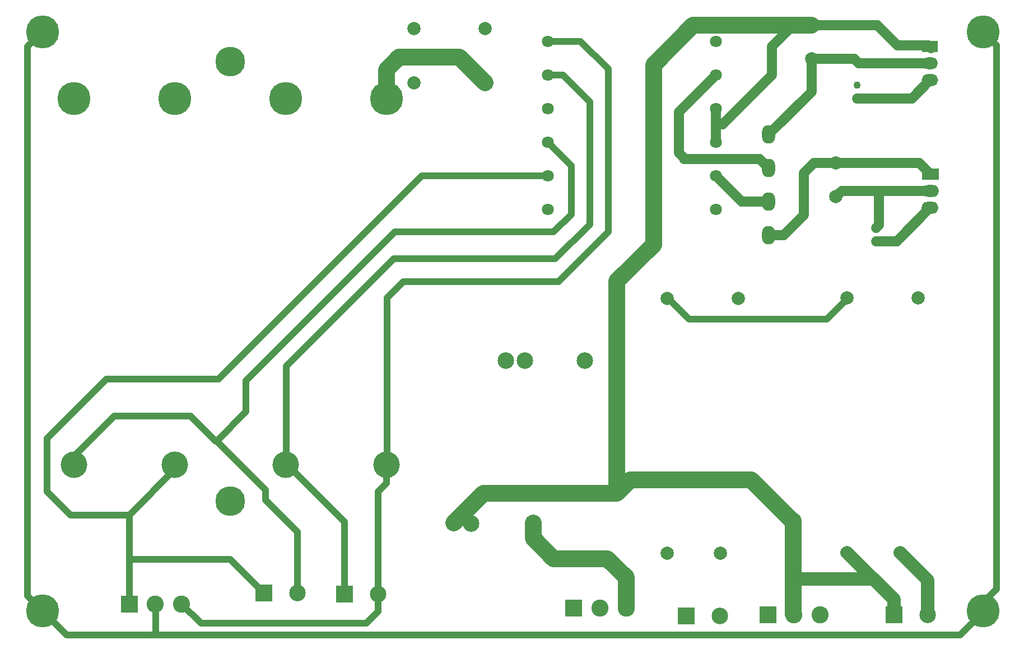
<source format=gbl>
G04 Layer: BottomLayer*
G04 EasyEDA Pro v2.1.63.af010a1c.225d47, 2024-07-27 17:45:37*
G04 Gerber Generator version 0.3*
G04 Scale: 100 percent, Rotated: No, Reflected: No*
G04 Dimensions in millimeters*
G04 Leading zeros omitted, absolute positions, 3 integers and 5 decimals*
%FSLAX35Y35*%
%MOMM*%
%ADD10C,2.49999*%
%ADD11C,1.8*%
%ADD12O,2.59999X1.8*%
%ADD13R,2.59999X1.8*%
%ADD14O,2.4X1.8*%
%ADD15O,2.5X1.8*%
%ADD16R,2.4X1.8*%
%ADD17C,2.0*%
%ADD18R,2.59999X2.59999*%
%ADD19C,2.59999*%
%ADD20R,2.49999X2.49999*%
%ADD21C,5.0*%
%ADD22O,2.0X2.79999*%
%ADD23C,1.1*%
%ADD24C,4.0*%
%ADD25C,4.5*%
%ADD26C,1.0*%
%ADD27C,2.54*%
%ADD28C,1.5*%
G75*


G04 Pad Start*
G54D10*
G01X6858000Y1790700D03*
G01X7670800Y4254500D03*
G54D11*
G01X8013700Y9080500D03*
G01X8013700Y8572500D03*
G01X8013700Y8064500D03*
G01X8013700Y7556500D03*
G01X8013700Y7048500D03*
G01X8013700Y6540500D03*
G01X10553700Y9080500D03*
G01X10553700Y8572500D03*
G01X10553700Y8064500D03*
G01X10553700Y7556500D03*
G01X10553700Y7048500D03*
G01X10553700Y6540500D03*
G54D12*
G01X13792695Y6819913D03*
G01X13791705Y6565887D03*
G54D13*
G01X13792695Y7073913D03*
G54D14*
G01X13792200Y8750300D03*
G54D15*
G01X13792200Y8496300D03*
G54D16*
G01X13792200Y9004300D03*
G54D17*
G01X7067800Y8451000D03*
G01X5987800Y9271000D03*
G01X7067800Y9271000D03*
G01X5987800Y8451000D03*
G54D10*
G01X6593667Y1797181D03*
G01X7793664Y1797181D03*
G01X8575599Y4254500D03*
G01X7375601Y4254500D03*
G54D18*
G01X1686801Y571500D03*
G54D19*
G01X2082813Y571500D03*
G01X2478799Y571500D03*
G54D20*
G01X3721100Y736600D03*
G54D10*
G01X4229100Y736600D03*
G54D20*
G01X4940300Y723900D03*
G54D10*
G01X5448300Y723900D03*
G54D21*
G01X375000Y9225000D03*
G01X375000Y470000D03*
G01X14590000Y470000D03*
G01X14590000Y9225000D03*
G54D18*
G01X8405101Y508000D03*
G54D19*
G01X8801113Y508000D03*
G01X9197099Y508000D03*
G54D17*
G01X12369800Y7239000D03*
G01X12369800Y6731000D03*
G01X12001500Y9321800D03*
G01X12001500Y8813800D03*
G54D22*
G01X11353800Y7670800D03*
G01X11353800Y7162800D03*
G01X11353800Y6654800D03*
G01X11353800Y6146800D03*
G54D18*
G01X11338801Y406400D03*
G54D19*
G01X11734813Y406400D03*
G01X12130799Y406400D03*
G54D23*
G01X12979400Y6259500D03*
G01X12979400Y6059500D03*
G01X12687300Y8218500D03*
G01X12687300Y8418500D03*
G54D17*
G01X9819200Y5188900D03*
G01X10894200Y5188900D03*
G01X9819200Y1338900D03*
G01X10619200Y1338900D03*
G01X12537000Y5201600D03*
G01X13612000Y5201600D03*
G01X12537000Y1351600D03*
G01X13337000Y1351600D03*
G54D20*
G01X10109200Y393700D03*
G54D10*
G01X10617200Y393700D03*
G54D20*
G01X13246100Y406400D03*
G54D10*
G01X13754100Y406400D03*
G54D24*
G01X853100Y2678300D03*
G01X2373100Y2678300D03*
G01X4053100Y2678300D03*
G01X5573100Y2678300D03*
G54D21*
G01X2373100Y8218300D03*
G01X853100Y8218300D03*
G01X5573100Y8218300D03*
G01X4053100Y8218300D03*
G54D25*
G01X3213100Y8773300D03*
G01X3213100Y2123300D03*
G04 Pad End*

G04 Track Start*
G54D26*
G01X12537000Y5183700D02*
G01X12537000Y5201600D01*
G54D17*
G01X13337000Y1351600D02*
G01X13754100Y934500D01*
G01Y406400D01*
G01X13246100Y642500D02*
G01X13246100Y406400D01*
G01X11734813Y406400D02*
G01X11734813Y952500D01*
G01X12886776D01*
G01X12911438Y977162D01*
G01X12537000Y1351600D02*
G01X12911438Y977162D01*
G01X13246100Y642500D01*
G54D26*
G01X375000Y470000D02*
G01X743400Y101600D01*
G01X14249400Y101600D02*
G01X14590000Y442200D01*
G01Y470000D01*
G01Y594600D01*
G01X14795500Y800100D01*
G01Y9019500D01*
G01X14590000Y9225000D01*
G01X375000Y470000D02*
G01X152400Y692600D01*
G01X152400Y9002400D02*
G01X375000Y9225000D01*
G01X152400Y692600D02*
G01X152400Y9002400D01*
G01X2082813Y571500D02*
G01X2085531Y568782D01*
G01Y101600D01*
G01X743400Y101600D02*
G01X2085531Y101600D01*
G01X14249400D01*
G01X2478799Y571500D02*
G01X2770899Y279400D01*
G01X5270500Y279400D02*
G01X5448300Y457200D01*
G01Y723900D01*
G01X2770899Y279400D02*
G01X5270500Y279400D01*
G01X5448300Y2275500D02*
G01X5448300Y723900D01*
G01X5585800Y2818000D02*
G01X5573100Y2805300D01*
G01X2385800Y2652900D02*
G01X2385800Y2614400D01*
G01X1689100Y1917700D01*
G01X1689100Y573799D02*
G01X1686801Y571500D01*
G01X3721100Y736600D02*
G01X3213649Y1244051D01*
G01X1689100D01*
G01X1689100Y1917700D02*
G01X1689100Y1244051D01*
G01Y573799D01*
G01X865800Y2818000D02*
G01X1464100Y3416300D01*
G01X8013700Y9080500D02*
G01X8509000Y9080500D01*
G01X8928100Y8661400D01*
G01X8242300Y8572500D02*
G01X8013700Y8572500D01*
G01X8648700Y8166100D02*
G01X8242300Y8572500D01*
G01X8013700Y7556500D02*
G01X8369300Y7200900D01*
G01X2385800Y2652900D02*
G01X2360400Y2678300D01*
G01X4940300Y723900D02*
G01X4940300Y1816100D01*
G01X4064000Y2692400D01*
G01X5573100Y2805300D02*
G01X5573100Y2678300D01*
G01Y2400300D01*
G01X5448300Y2275500D01*
G54D27*
G01X5573100Y8218300D02*
G01X5573100Y8646500D01*
G01X6679600Y8839200D02*
G01X7067800Y8451000D01*
G01X5573100Y8646500D02*
G01X5765800Y8839200D01*
G01X6679600D01*
G54D28*
G01X12001500Y9321800D02*
G01X12992100Y9321800D01*
G01X13296900Y9017000D01*
G01X13766800D01*
G01X13804900Y8978900D01*
G01X13792200Y8750300D02*
G01X12712700Y8750300D01*
G01X12649200Y8813800D01*
G01X12001500D01*
G01X13792200Y8496300D02*
G01X13514400Y8218500D01*
G01X12687300D01*
G01X13791705Y6565887D02*
G01X13285318Y6059500D01*
G01X12979400D01*
G01X12458713Y6819913D02*
G01X12369800Y6731000D01*
G01X12979400Y6259500D02*
G01X13021485Y6301585D01*
G01Y6819913D01*
G01X13792695Y6819913D02*
G01X13021485Y6819913D01*
G01X12458713D01*
G01X12369800Y7239000D02*
G01X13627608Y7239000D01*
G01X13792695Y7073913D01*
G01X11353800Y6146800D02*
G01X11582400Y6146800D01*
G01X11887200Y6451600D02*
G01X11887200Y7086600D01*
G01X12039600Y7239000D01*
G01X12369800D01*
G01X11582400Y6146800D02*
G01X11887200Y6451600D01*
G01X11353800Y7670800D02*
G01X12001500Y8318500D01*
G01Y8813800D01*
G01X10553700Y7824533D02*
G01X10656633Y7824533D01*
G01X11404600Y8572500D01*
G01Y9004300D01*
G01X10553700Y8064500D02*
G01X10553700Y7824533D01*
G01Y7556500D01*
G01X11404600Y9004300D02*
G01X11722100Y9321800D01*
G01X10553700Y7048500D02*
G01X10947400Y6654800D01*
G01X11353800D01*
G01X10553700Y8572500D02*
G01X9994900Y8013700D01*
G01Y7391400D01*
G01X10071100Y7315200D01*
G01Y7302500D01*
G01X11214100D01*
G01X11353800Y7162800D01*
G54D26*
G01X9831900Y5188900D02*
G01X10144000Y4876800D01*
G01X12230100D01*
G01X12537000Y5183700D01*
G01X8369300Y7200900D02*
G01X8369300Y6464300D01*
G01X8102600Y6197600D01*
G01X8128000Y5791200D02*
G01X8648700Y6311900D01*
G01Y8166100D01*
G01X8928100Y8661400D02*
G01X8928100Y6197600D01*
G01X8178800Y5448300D01*
G01X1346200Y3975100D02*
G01X3035300Y3975100D01*
G01X6108700Y7048500D01*
G01X8013700D01*
G01X8102600Y6197600D02*
G01X5702300Y6197600D01*
G01X4064000Y2692400D02*
G01X4064000Y4165600D01*
G01X5689600Y5791200D01*
G01X8128000D01*
G01X8178800Y5448300D02*
G01X5829300Y5448300D01*
G01X5585800Y5204800D01*
G01Y2818000D01*
G54D27*
G01X7793664Y1797181D02*
G01X7793664Y1566236D01*
G01X8102600Y1257300D01*
G01X8915400D01*
G01X9197099Y975601D02*
G01X9197099Y508000D01*
G01X8915400Y1257300D02*
G01X9197099Y975601D01*
G01X11709400Y1828800D02*
G01X11722100Y1828800D01*
G01Y419113D01*
G01X11734813Y406400D01*
G01X12001500Y9321800D02*
G01X11722100Y9321800D01*
G01X10210800D01*
G01X9613900Y8724900D01*
G01Y6007100D01*
G01X9057831Y5451031D01*
G01X11087100Y2451100D02*
G01X11709400Y1828800D01*
G01X9057831Y5451031D02*
G01X9057831Y2247900D01*
G01X9261031Y2451100D02*
G01X11087100Y2451100D01*
G01X9057831Y2247900D02*
G01X9261031Y2451100D01*
G01X6593667Y1797181D02*
G01X7044385Y2247900D01*
G01X9057831D01*
G54D26*
G01X2997200Y3035300D02*
G01X2616200Y3416300D01*
G01X1464100D01*
G01X3454400Y3949700D02*
G01X5702300Y6197600D01*
G01X3454400Y3479800D02*
G01X3454400Y3949700D01*
G01X4229100Y736600D02*
G01X4229100Y1663700D01*
G01X3746500Y2146300D02*
G01X3746500Y2298700D01*
G01X3009900Y3035300D01*
G01X2997200D01*
G01X4229100Y1663700D02*
G01X3746500Y2146300D01*
G01X3009900Y3035300D02*
G01X3454400Y3479800D01*
G01X444500Y3073400D02*
G01X1346200Y3975100D01*
G01X1689100Y1917700D02*
G01X800100Y1917700D01*
G01X444500Y2273300D01*
G01Y3073400D01*
G04 Track End*

M02*

</source>
